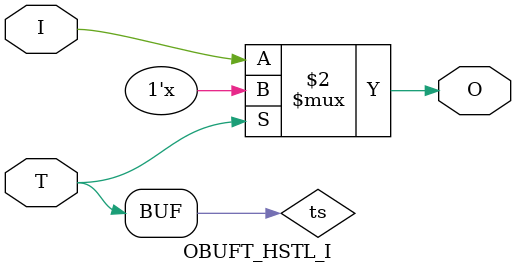
<source format=v>

/*

FUNCTION    : TRI-STATE OUTPUT BUFFER

*/

`celldefine
`timescale  100 ps / 10 ps

module OBUFT_HSTL_I (O, I, T);

    output O;

    input  I, T;

    or O1 (ts, 1'b0, T);
    bufif0 T1 (O, I, ts);

endmodule

</source>
